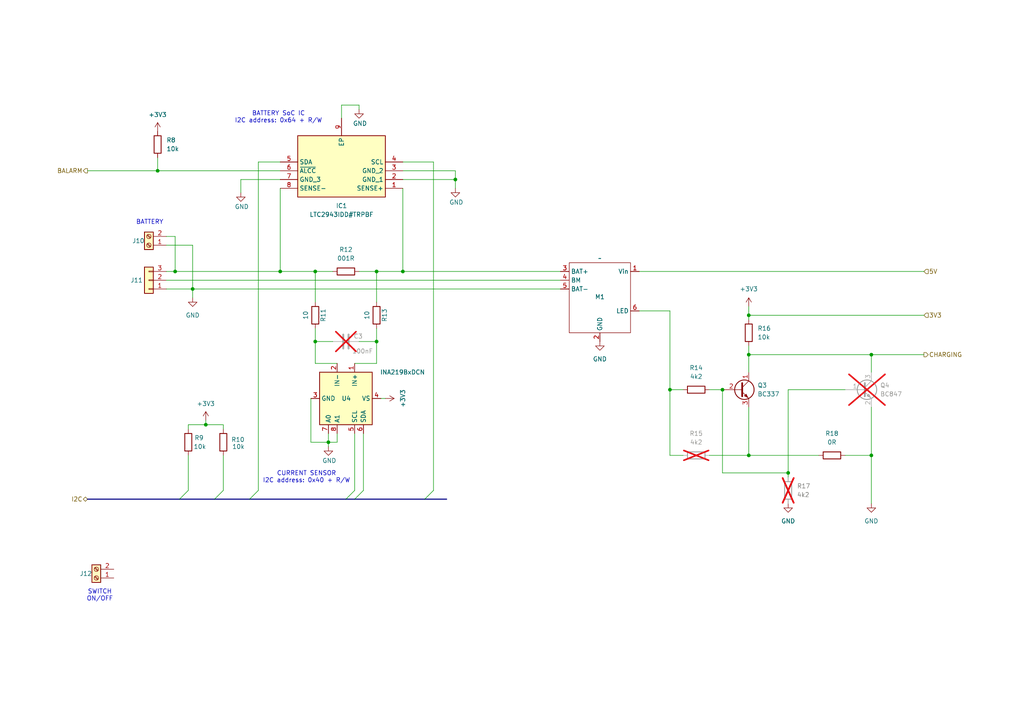
<source format=kicad_sch>
(kicad_sch (version 20241004) (generator "eeschema") (generator_version "8.99")
  (paper "A4")
  (lib_symbols
    (symbol "Analog_ADC:INA219BxDCN"
      (property "Reference" "U" (at -6.35 8.89 0))
      (property "Value" "INA219BxDCN" (at 6.35 8.89 0))
      (symbol "INA219BxDCN_0_1"
        (rectangle (start -7.62 7.62) (end 7.62 -7.62) (stroke (width 0.254)) (fill (type background)))
      )
      (symbol "INA219BxDCN_1_1"
        (pin input line (at -10.16 2.54 0) (length 2.54) (name "IN+") (number "1"))
        (pin input line (at -10.16 -2.54 0) (length 2.54) (name "IN-") (number "2"))
        (pin power_in line (at 0 10.16 270) (length 2.54) (name "VS") (number "4"))
        (pin power_in line (at 0 -10.16 90) (length 2.54) (name "GND") (number "3"))
        (pin bidirectional line (at 10.16 5.08 180) (length 2.54) (name "SDA") (number "6"))
        (pin input line (at 10.16 2.54 180) (length 2.54) (name "SCL") (number "5"))
        (pin input line (at 10.16 -2.54 180) (length 2.54) (name "A1") (number "8"))
        (pin input line (at 10.16 -5.08 180) (length 2.54) (name "A0") (number "7"))
      )
    )
    (symbol "Connector:Screw_Terminal_01x02" (pin_names (offset 1.016) (hide yes))
      (property "Reference" "J" (at 0 2.54 0))
      (property "Value" "Screw_Terminal_01x02" (at 0 -5.08 0))
      (symbol "Screw_Terminal_01x02_1_1"
        (rectangle (start -1.27 1.27) (end 1.27 -3.81) (stroke (width 0.254)) (fill (type background)))
        (polyline (pts (xy -0.5334 0.3302) (xy 0.3302 -0.508)) (stroke (width 0.1524)))
        (polyline (pts (xy -0.5334 -2.2098) (xy 0.3302 -3.048)) (stroke (width 0.1524)))
        (polyline (pts (xy -0.3556 0.508) (xy 0.508 -0.3302)) (stroke (width 0.1524)))
        (polyline (pts (xy -0.3556 -2.032) (xy 0.508 -2.8702)) (stroke (width 0.1524)))
        (circle (center 0 0) (radius 0.635) (stroke (width 0.1524)))
        (circle (center 0 -2.54) (radius 0.635) (stroke (width 0.1524)))
        (pin passive line (at -5.08 0 0) (length 3.81) (name "Pin_1") (number "1"))
        (pin passive line (at -5.08 -2.54 0) (length 3.81) (name "Pin_2") (number "2"))
      )
    )
    (symbol "Connector_Generic:Conn_01x03" (pin_names (offset 1.016) (hide yes))
      (property "Reference" "J" (at 0 5.08 0))
      (property "Value" "Conn_01x03" (at 0 -5.08 0))
      (symbol "Conn_01x03_1_1"
        (rectangle (start -1.27 3.81) (end 1.27 -3.81) (stroke (width 0.254)) (fill (type background)))
        (rectangle (start -1.27 2.667) (end 0 2.413) (stroke (width 0.1524)))
        (rectangle (start -1.27 0.127) (end 0 -0.127) (stroke (width 0.1524)))
        (rectangle (start -1.27 -2.413) (end 0 -2.667) (stroke (width 0.1524)))
        (pin passive line (at -5.08 2.54 0) (length 3.81) (name "Pin_1") (number "1"))
        (pin passive line (at -5.08 0 0) (length 3.81) (name "Pin_2") (number "2"))
        (pin passive line (at -5.08 -2.54 0) (length 3.81) (name "Pin_3") (number "3"))
      )
    )
    (symbol "Device:C" (pin_numbers (hide yes)) (pin_names (offset 0.254))
      (property "Reference" "C" (at 0.635 2.54 0))
      (property "Value" "C" (at 0.635 -2.54 0))
      (symbol "C_0_1"
        (polyline (pts (xy -2.032 0.762) (xy 2.032 0.762)) (stroke (width 0.508)))
        (polyline (pts (xy -2.032 -0.762) (xy 2.032 -0.762)) (stroke (width 0.508)))
      )
      (symbol "C_1_1"
        (pin passive line (at 0 3.81 270) (length 2.794) (name "~") (number "1"))
        (pin passive line (at 0 -3.81 90) (length 2.794) (name "~") (number "2"))
      )
    )
    (symbol "Device:R" (pin_numbers (hide yes)) (pin_names (offset 0))
      (property "Reference" "R" (at 2.032 0 90))
      (property "Value" "R" (at 0 0 90))
      (symbol "R_0_1"
        (rectangle (start -1.016 -2.54) (end 1.016 2.54) (stroke (width 0.254)))
      )
      (symbol "R_1_1"
        (pin passive line (at 0 3.81 270) (length 1.27) (name "~") (number "1"))
        (pin passive line (at 0 -3.81 90) (length 1.27) (name "~") (number "2"))
      )
    )
    (symbol "Transistor_BJT:BC337" (pin_names (offset 0) (hide yes))
      (property "Reference" "Q" (at 5.08 1.905 0))
      (property "Value" "BC337" (at 5.08 0 0))
      (symbol "BC337_0_1"
        (polyline (pts (xy 0 0) (xy 0.635 0)))
        (polyline (pts (xy 0.635 1.905) (xy 0.635 -1.905) (xy 0.635 -1.905)) (stroke (width 0.508)))
        (polyline (pts (xy 0.635 0.635) (xy 2.54 2.54)))
        (polyline (pts (xy 0.635 -0.635) (xy 2.54 -2.54) (xy 2.54 -2.54)))
        (circle (center 1.27 0) (radius 2.8194) (stroke (width 0.254)))
        (polyline (pts (xy 1.27 -1.778) (xy 1.778 -1.27) (xy 2.286 -2.286) (xy 1.27 -1.778) (xy 1.27 -1.778)) (fill (type outline)))
      )
      (symbol "BC337_1_1"
        (pin input line (at -5.08 0 0) (length 5.08) (name "B") (number "2"))
        (pin passive line (at 2.54 5.08 270) (length 2.54) (name "C") (number "1"))
        (pin passive line (at 2.54 -5.08 90) (length 2.54) (name "E") (number "3"))
      )
    )
    (symbol "Transistor_BJT:BC847" (pin_names (offset 0) (hide yes))
      (property "Reference" "Q" (at 5.08 1.905 0))
      (property "Value" "BC847" (at 5.08 0 0))
      (symbol "BC847_0_1"
        (polyline (pts (xy 0.635 1.905) (xy 0.635 -1.905) (xy 0.635 -1.905)) (stroke (width 0.508)))
        (polyline (pts (xy 0.635 0.635) (xy 2.54 2.54)))
        (polyline (pts (xy 0.635 -0.635) (xy 2.54 -2.54) (xy 2.54 -2.54)))
        (circle (center 1.27 0) (radius 2.8194) (stroke (width 0.254)))
        (polyline (pts (xy 1.27 -1.778) (xy 1.778 -1.27) (xy 2.286 -2.286) (xy 1.27 -1.778) (xy 1.27 -1.778)) (fill (type outline)))
      )
      (symbol "BC847_1_1"
        (pin input line (at -5.08 0 0) (length 5.715) (name "B") (number "1"))
        (pin passive line (at 2.54 5.08 270) (length 2.54) (name "C") (number "3"))
        (pin passive line (at 2.54 -5.08 90) (length 2.54) (name "E") (number "2"))
      )
    )
    (symbol "chinese_modules:USBC_charger"
      (property "Reference" "M" (at 0 0 0))
      (symbol "USBC_charger_0_1"
        (rectangle (start -8.89 10.16) (end 8.89 -10.16))
      )
      (symbol "USBC_charger_1_1"
        (pin power_in line (at -11.43 7.62 0) (length 2.54) (name "Vin") (number "1"))
        (pin power_in line (at -11.43 -3.81 0) (length 2.54) (name "LED") (number "6"))
        (pin no_connect line (at -11.43 -6.35 0) (length 2.54) (hide yes) (name "NC") (number "7"))
        (pin power_in line (at 0 -12.7 90) (length 2.54) (name "GND") (number "2"))
        (pin power_in line (at 11.43 7.62 180) (length 2.54) (name "BAT+") (number "3"))
        (pin power_in line (at 11.43 5.08 180) (length 2.54) (name "BM") (number "4"))
        (pin power_in line (at 11.43 2.54 180) (length 2.54) (name "BAT-") (number "5"))
      )
    )
    (symbol "dodo-device:LTC2943IDD#TRPBF"
      (property "Reference" "IC" (at 13.97 13.97 0))
      (property "Value" "LTC2943IDD#TRPBF" (at 13.97 11.43 0))
      (symbol "LTC2943IDD#TRPBF_1_1"
        (rectangle (start -12.7 8.89) (end 12.7 -8.89) (stroke (width 0.254)) (fill (type background)))
        (pin passive line (at -17.78 6.35 0) (length 5.08) (name "SENSE+") (number "1"))
        (pin passive line (at -17.78 3.81 0) (length 5.08) (name "GND_1") (number "2"))
        (pin passive line (at -17.78 1.27 0) (length 5.08) (name "GND_2") (number "3"))
        (pin passive line (at -17.78 -1.27 0) (length 5.08) (name "SCL") (number "4"))
        (pin passive line (at 0 -13.97 90) (length 5.08) (name "EP") (number "9"))
        (pin passive line (at 17.78 6.35 180) (length 5.08) (name "SENSE-") (number "8"))
        (pin passive line (at 17.78 3.81 180) (length 5.08) (name "GND_3") (number "7"))
        (pin passive line (at 17.78 1.27 180) (length 5.08) (name "~{ALCC}") (number "6"))
        (pin passive line (at 17.78 -1.27 180) (length 5.08) (name "SDA") (number "5"))
      )
    )
    (symbol "power:+3V3" (power) (pin_names (offset 0))
      (property "Value" "+3V3" (at 0 3.556 0))
      (symbol "+3V3_0_1"
        (polyline (pts (xy -0.762 1.27) (xy 0 2.54)))
        (polyline (pts (xy 0 2.54) (xy 0.762 1.27)))
        (polyline (pts (xy 0 0) (xy 0 2.54)))
      )
      (symbol "+3V3_1_1"
        (pin power_in line (at 0 0 90) (length 0) (hide yes) (name "+3V3") (number "1"))
      )
    )
    (symbol "power:GND" (power) (pin_names (offset 0))
      (property "Value" "GND" (at 0 -3.81 0))
      (symbol "GND_0_1"
        (polyline (pts (xy 0 0) (xy 0 -1.27) (xy 1.27 -1.27) (xy 0 -2.54) (xy -1.27 -1.27) (xy 0 -1.27)))
      )
      (symbol "GND_1_1"
        (pin power_in line (at 0 0 270) (length 0) (hide yes) (name "GND") (number "1"))
      )
    )
  )
  (text "CURRENT SENSOR\nI2C address: 0x40 + R/W" (at 88.9 138.43 0) (effects (font (size 1.27 1.27))))
  (text "BATTERY" (at 43.434 64.516 0) (effects (font (size 1.27 1.27))))
  (text "BATTERY SoC IC\nI2C address: 0x64 + R/W" (at 80.772 34.036 0) (effects (font (size 1.27 1.27))))
  (text "SWITCH\nON/OFF\n" (at 28.956 172.72 0) (effects (font (size 1.27 1.27))))
  (junction (at 228.6 137.16))
  (junction (at 45.72 49.53))
  (junction (at 95.25 128.27))
  (junction (at 217.17 91.44))
  (junction (at 59.69 123.19))
  (junction (at 91.44 99.06))
  (junction (at 217.17 102.87))
  (junction (at 194.31 113.03))
  (junction (at 91.44 78.74))
  (junction (at 109.22 99.06))
  (junction (at 252.73 102.87))
  (junction (at 55.88 83.82))
  (junction (at 217.17 132.08))
  (junction (at 252.73 132.08))
  (junction (at 109.22 78.74))
  (junction (at 81.28 78.74))
  (junction (at 209.55 113.03))
  (junction (at 116.84 78.74))
  (junction (at 132.08 52.07))
  (junction (at 50.8 78.74))
  (bus_entry (at 102.87 144.78) (size 2.54 -2.54))
  (bus_entry (at 64.77 142.24) (size -2.54 2.54))
  (bus_entry (at 123.19 144.78) (size 2.54 -2.54))
  (bus_entry (at 100.33 144.78) (size 2.54 -2.54))
  (bus_entry (at 54.61 142.24) (size -2.54 2.54))
  (bus_entry (at 72.39 144.78) (size 2.54 -2.54))
  (wire (pts (xy 116.84 49.53) (xy 132.08 49.53)))
  (wire (pts (xy 25.4 49.53) (xy 45.72 49.53)))
  (wire (pts (xy 95.25 128.27) (xy 95.25 129.54)))
  (wire (pts (xy 81.28 78.74) (xy 91.44 78.74)))
  (wire (pts (xy 48.26 83.82) (xy 55.88 83.82)))
  (wire (pts (xy 109.22 99.06) (xy 109.22 105.41)))
  (wire (pts (xy 104.14 30.48) (xy 104.14 31.75)))
  (wire (pts (xy 125.73 46.99) (xy 125.73 142.24)))
  (wire (pts (xy 217.17 100.33) (xy 217.17 102.87)))
  (wire (pts (xy 109.22 78.74) (xy 116.84 78.74)))
  (wire (pts (xy 217.17 91.44) (xy 267.97 91.44)))
  (wire (pts (xy 109.22 105.41) (xy 102.87 105.41)))
  (wire (pts (xy 228.6 137.16) (xy 228.6 138.43)))
  (wire (pts (xy 198.12 113.03) (xy 194.31 113.03)))
  (wire (pts (xy 252.73 118.11) (xy 252.73 132.08)))
  (wire (pts (xy 132.08 52.07) (xy 132.08 54.61)))
  (bus (pts (xy 100.33 144.78) (xy 102.87 144.78)))
  (wire (pts (xy 217.17 102.87) (xy 217.17 107.95)))
  (wire (pts (xy 109.22 95.25) (xy 109.22 99.06)))
  (wire (pts (xy 59.69 123.19) (xy 64.77 123.19)))
  (wire (pts (xy 50.8 78.74) (xy 81.28 78.74)))
  (wire (pts (xy 91.44 95.25) (xy 91.44 99.06)))
  (bus (pts (xy 123.19 144.78) (xy 129.54 144.78)))
  (wire (pts (xy 217.17 88.9) (xy 217.17 91.44)))
  (wire (pts (xy 217.17 102.87) (xy 252.73 102.87)))
  (wire (pts (xy 97.79 125.73) (xy 97.79 128.27)))
  (wire (pts (xy 109.22 99.06) (xy 104.14 99.06)))
  (wire (pts (xy 90.17 115.57) (xy 90.17 128.27)))
  (wire (pts (xy 54.61 124.46) (xy 54.61 123.19)))
  (wire (pts (xy 81.28 46.99) (xy 74.93 46.99)))
  (wire (pts (xy 64.77 123.19) (xy 64.77 124.46)))
  (wire (pts (xy 185.42 78.74) (xy 267.97 78.74)))
  (wire (pts (xy 91.44 99.06) (xy 91.44 105.41)))
  (wire (pts (xy 116.84 54.61) (xy 116.84 78.74)))
  (wire (pts (xy 228.6 113.03) (xy 228.6 137.16)))
  (wire (pts (xy 209.55 113.03) (xy 209.55 137.16)))
  (wire (pts (xy 91.44 78.74) (xy 96.52 78.74)))
  (wire (pts (xy 116.84 46.99) (xy 125.73 46.99)))
  (wire (pts (xy 99.06 30.48) (xy 104.14 30.48)))
  (wire (pts (xy 116.84 52.07) (xy 132.08 52.07)))
  (wire (pts (xy 55.88 83.82) (xy 162.56 83.82)))
  (wire (pts (xy 105.41 125.73) (xy 105.41 142.24)))
  (wire (pts (xy 48.26 78.74) (xy 50.8 78.74)))
  (wire (pts (xy 109.22 78.74) (xy 109.22 87.63)))
  (wire (pts (xy 54.61 132.08) (xy 54.61 142.24)))
  (wire (pts (xy 95.25 125.73) (xy 95.25 128.27)))
  (wire (pts (xy 185.42 90.17) (xy 194.31 90.17)))
  (wire (pts (xy 96.52 99.06) (xy 91.44 99.06)))
  (wire (pts (xy 104.14 78.74) (xy 109.22 78.74)))
  (wire (pts (xy 217.17 91.44) (xy 217.17 92.71)))
  (wire (pts (xy 97.79 128.27) (xy 95.25 128.27)))
  (wire (pts (xy 81.28 52.07) (xy 69.85 52.07)))
  (wire (pts (xy 91.44 105.41) (xy 97.79 105.41)))
  (wire (pts (xy 64.77 132.08) (xy 64.77 142.24)))
  (wire (pts (xy 59.69 121.92) (xy 59.69 123.19)))
  (wire (pts (xy 54.61 123.19) (xy 59.69 123.19)))
  (bus (pts (xy 102.87 144.78) (xy 123.19 144.78)))
  (wire (pts (xy 99.06 34.29) (xy 99.06 30.48)))
  (wire (pts (xy 74.93 46.99) (xy 74.93 142.24)))
  (wire (pts (xy 45.72 49.53) (xy 81.28 49.53)))
  (bus (pts (xy 72.39 144.78) (xy 100.33 144.78)))
  (wire (pts (xy 194.31 132.08) (xy 194.31 113.03)))
  (wire (pts (xy 194.31 90.17) (xy 194.31 113.03)))
  (wire (pts (xy 48.26 68.58) (xy 50.8 68.58)))
  (wire (pts (xy 111.76 115.57) (xy 110.49 115.57)))
  (wire (pts (xy 48.26 81.28) (xy 162.56 81.28)))
  (wire (pts (xy 205.74 132.08) (xy 217.17 132.08)))
  (wire (pts (xy 81.28 54.61) (xy 81.28 78.74)))
  (wire (pts (xy 45.72 45.72) (xy 45.72 49.53)))
  (wire (pts (xy 198.12 132.08) (xy 194.31 132.08)))
  (wire (pts (xy 228.6 113.03) (xy 245.11 113.03)))
  (wire (pts (xy 55.88 83.82) (xy 55.88 71.12)))
  (wire (pts (xy 252.73 102.87) (xy 252.73 107.95)))
  (wire (pts (xy 91.44 78.74) (xy 91.44 87.63)))
  (bus (pts (xy 62.23 144.78) (xy 72.39 144.78)))
  (wire (pts (xy 252.73 132.08) (xy 252.73 146.05)))
  (wire (pts (xy 48.26 71.12) (xy 55.88 71.12)))
  (wire (pts (xy 55.88 83.82) (xy 55.88 86.36)))
  (wire (pts (xy 217.17 118.11) (xy 217.17 132.08)))
  (wire (pts (xy 205.74 113.03) (xy 209.55 113.03)))
  (wire (pts (xy 102.87 125.73) (xy 102.87 142.24)))
  (bus (pts (xy 25.4 144.78) (xy 52.07 144.78)))
  (wire (pts (xy 116.84 78.74) (xy 162.56 78.74)))
  (wire (pts (xy 252.73 102.87) (xy 267.97 102.87)))
  (wire (pts (xy 217.17 132.08) (xy 237.49 132.08)))
  (wire (pts (xy 245.11 132.08) (xy 252.73 132.08)))
  (wire (pts (xy 209.55 137.16) (xy 228.6 137.16)))
  (wire (pts (xy 69.85 52.07) (xy 69.85 55.88)))
  (wire (pts (xy 132.08 49.53) (xy 132.08 52.07)))
  (wire (pts (xy 50.8 78.74) (xy 50.8 68.58)))
  (bus (pts (xy 52.07 144.78) (xy 62.23 144.78)))
  (wire (pts (xy 95.25 128.27) (xy 90.17 128.27)))
  (hierarchical_label "CHARGING" (shape output) (at 267.97 102.87 0))
  (hierarchical_label "3V3" (shape input) (at 267.97 91.44 0))
  (hierarchical_label "5V" (shape input) (at 267.97 78.74 0))
  (hierarchical_label "BALARM" (shape output) (at 25.4 49.53 180))
  (hierarchical_label "I2C" (shape bidirectional) (at 25.4 144.78 180))
  (symbol (lib_id "Device:R") (at 228.6 142.24 180) (unit 1) (dnp yes)
    (property "Reference" "R17" (at 231.14 140.9699 0) (effects (justify right)))
    (property "Value" "4k2" (at 231.14 143.5099 0) (effects (justify right)))
    (property "Footprint" "Resistor_SMD:R_0805_2012Metric" (effects (hide yes)))
    (property "Description" "Resistor" (effects (hide yes)))
  )
  (symbol (lib_id "power:+3V3") (at 59.69 121.92 0) (unit 1)
    (property "Reference" "#PWR027" (effects (hide yes)))
    (property "Value" "+3V3" (at 59.69 117.094 0))
    (property "Description" "Power symbol creates a global label with name \"+3V3\"" (effects (hide yes)))
  )
  (symbol (lib_id "power:GND") (at 95.25 129.54 0) (unit 1)
    (property "Reference" "#PWR029" (effects (hide yes)))
    (property "Value" "GND" (at 93.472 133.604 0) (effects (justify left)))
    (property "Description" "Power symbol creates a global label with name \"GND\" , ground" (effects (hide yes)))
  )
  (symbol (lib_id "Device:R") (at 100.33 78.74 90) (unit 1)
    (property "Reference" "R12" (at 100.33 72.39 90))
    (property "Value" "001R" (at 100.33 74.93 90))
    (property "Footprint" "Resistor_SMD:R_2512_6332Metric_Pad1.40x3.35mm_HandSolder" (effects (hide yes)))
    (property "Description" "Resistor" (effects (hide yes)))
  )
  (symbol (lib_id "Device:R") (at 217.17 96.52 0) (unit 1)
    (property "Reference" "R16" (at 219.71 95.2499 0) (effects (justify left)))
    (property "Value" "10k" (at 219.71 97.7899 0) (effects (justify left)))
    (property "Footprint" "Resistor_SMD:R_0805_2012Metric" (effects (hide yes)))
    (property "Description" "Resistor" (effects (hide yes)))
  )
  (symbol (lib_id "Connector:Screw_Terminal_01x02") (at 43.18 71.12 180) (unit 1)
    (property "Reference" "J10" (at 40.132 69.85 0))
    (property "Value" "Screw_Terminal_01x02" (effects (hide yes)))
    (property "Footprint" "TerminalBlock_Phoenix:TerminalBlock_Phoenix_MKDS-1,5-2_1x02_P5.00mm_Horizontal" (effects (hide yes)))
    (property "Description" "Generic screw terminal, single row, 01x02, script generated (kicad-library-utils/schlib/autogen/connector/)" (effects (hide yes)))
  )
  (symbol (lib_id "Connector:Screw_Terminal_01x02") (at 27.94 167.64 180) (unit 1)
    (property "Reference" "J12" (at 24.892 166.37 0))
    (property "Value" "Screw_Terminal_01x02" (effects (hide yes)))
    (property "Footprint" "TerminalBlock_Phoenix:TerminalBlock_Phoenix_MKDS-1,5-2_1x02_P5.00mm_Horizontal" (effects (hide yes)))
    (property "Description" "Generic screw terminal, single row, 01x02, script generated (kicad-library-utils/schlib/autogen/connector/)" (effects (hide yes)))
  )
  (symbol (lib_id "Device:R") (at 64.77 128.27 0) (unit 1)
    (property "Reference" "R10" (at 67.056 127.508 0) (effects (justify left)))
    (property "Value" "10k" (at 67.31 129.5399 0) (effects (justify left)))
    (property "Footprint" "Resistor_SMD:R_0805_2012Metric" (effects (hide yes)))
    (property "Description" "Resistor" (effects (hide yes)))
  )
  (symbol (lib_id "power:GND") (at 55.88 86.36 0) (unit 1)
    (property "Reference" "#PWR026" (effects (hide yes)))
    (property "Value" "GND" (at 55.88 91.44 0))
    (property "Description" "Power symbol creates a global label with name \"GND\" , ground" (effects (hide yes)))
  )
  (symbol (lib_id "Device:R") (at 45.72 41.91 0) (unit 1)
    (property "Reference" "R8" (at 48.26 40.6399 0) (effects (justify left)))
    (property "Value" "10k" (at 48.26 43.1799 0) (effects (justify left)))
    (property "Footprint" "Resistor_SMD:R_0805_2012Metric" (effects (hide yes)))
    (property "Description" "Resistor" (effects (hide yes)))
  )
  (symbol (lib_id "Device:R") (at 241.3 132.08 270) (unit 1)
    (property "Reference" "R18" (at 241.3 125.73 90))
    (property "Value" "0R" (at 241.3 128.27 90))
    (property "Footprint" "Resistor_SMD:R_0805_2012Metric" (effects (hide yes)))
    (property "Description" "Resistor" (effects (hide yes)))
  )
  (symbol (lib_id "power:+3V3") (at 111.76 115.57 270) (unit 1)
    (property "Reference" "#PWR031" (effects (hide yes)))
    (property "Value" "+3V3" (at 116.84 115.57 0))
    (property "Description" "Power symbol creates a global label with name \"+3V3\"" (effects (hide yes)))
  )
  (symbol (lib_id "Device:R") (at 201.93 113.03 90) (unit 1)
    (property "Reference" "R14" (at 201.93 106.68 90))
    (property "Value" "4k2" (at 201.93 109.22 90))
    (property "Footprint" "Resistor_SMD:R_0805_2012Metric" (effects (hide yes)))
    (property "Description" "Resistor" (effects (hide yes)))
  )
  (symbol (lib_id "power:GND") (at 69.85 55.88 0) (unit 1)
    (property "Reference" "#PWR028" (effects (hide yes)))
    (property "Value" "GND" (at 68.072 59.944 0) (effects (justify left)))
    (property "Description" "Power symbol creates a global label with name \"GND\" , ground" (effects (hide yes)))
  )
  (symbol (lib_id "Transistor_BJT:BC847") (at 250.19 113.03 0) (unit 1) (dnp yes)
    (property "Reference" "Q4" (at 255.27 111.7599 0) (effects (justify left)))
    (property "Value" "BC847" (at 255.27 114.2999 0) (effects (justify left)))
    (property "Footprint" "Package_TO_SOT_SMD:SOT-23" (effects (hide yes)))
    (property "Datasheet" "http://www.infineon.com/dgdl/Infineon-BC847SERIES_BC848SERIES_BC849SERIES_BC850SERIES-DS-v01_01-en.pdf?fileId=db3a304314dca389011541d4630a1657" (effects (hide yes)))
    (property "Description" "0.1A Ic, 45V Vce, NPN Transistor, SOT-23" (effects (hide yes)))
  )
  (symbol (lib_id "power:GND") (at 104.14 31.75 0) (unit 1)
    (property "Reference" "#PWR030" (effects (hide yes)))
    (property "Value" "GND" (at 102.362 35.814 0) (effects (justify left)))
    (property "Description" "Power symbol creates a global label with name \"GND\" , ground" (effects (hide yes)))
  )
  (symbol (lib_id "dodo-device:LTC2943IDD#TRPBF") (at 99.06 48.26 180) (unit 1)
    (property "Reference" "IC1" (at 99.06 59.69 0))
    (property "Value" "LTC2943IDD#TRPBF" (at 99.06 62.23 0))
    (property "Footprint" "Package_DFN_QFN:DFN-8-1EP_3x3mm_P0.5mm_EP1.7x2.4mm" (effects (hide yes)))
    (property "Datasheet" "https://www.mouser.in/datasheet/2/609/2943fa-1271567.pdf" (effects (hide yes)))
    (property "Description" "Battery Management 20V Battery Gas Gauge with Voltage, Current & Temperature Measurement" (effects (hide yes)))
    (property "Height" "0.8" (effects (hide yes)))
    (property "Mouser Part Number" "584-LTC2943IDD#TRPBF" (effects (hide yes)))
    (property "Mouser Price/Stock" "https://www.mouser.co.uk/ProductDetail/Analog-Devices/LTC2943IDDTRPBF?qs=hVkxg5c3xu8j%252BJ6DK3jV8w%3D%3D" (effects (hide yes)))
    (property "Manufacturer_Name" "Analog Devices" (effects (hide yes)))
    (property "Manufacturer_Part_Number" "LTC2943IDD#TRPBF" (effects (hide yes)))
  )
  (symbol (lib_id "Device:R") (at 91.44 91.44 0) (unit 1)
    (property "Reference" "R11" (at 93.726 91.44 90))
    (property "Value" "10" (at 88.646 91.44 90))
    (property "Footprint" "Resistor_SMD:R_0805_2012Metric" (effects (hide yes)))
    (property "Description" "Resistor" (effects (hide yes)))
  )
  (symbol (lib_id "Device:R") (at 109.22 91.44 0) (unit 1)
    (property "Reference" "R13" (at 111.506 91.44 90))
    (property "Value" "10" (at 106.426 91.44 90))
    (property "Footprint" "Resistor_SMD:R_0805_2012Metric" (effects (hide yes)))
    (property "Description" "Resistor" (effects (hide yes)))
  )
  (symbol (lib_id "power:+3V3") (at 217.17 88.9 0) (unit 1)
    (property "Reference" "#PWR034" (effects (hide yes)))
    (property "Value" "+3V3" (at 217.17 83.82 0))
    (property "Description" "Power symbol creates a global label with name \"+3V3\"" (effects (hide yes)))
  )
  (symbol (lib_id "power:GND") (at 132.08 54.61 0) (unit 1)
    (property "Reference" "#PWR032" (effects (hide yes)))
    (property "Value" "GND" (at 130.302 58.674 0) (effects (justify left)))
    (property "Description" "Power symbol creates a global label with name \"GND\" , ground" (effects (hide yes)))
  )
  (symbol (lib_id "Transistor_BJT:BC337") (at 214.63 113.03 0) (unit 1)
    (property "Reference" "Q3" (at 219.71 111.7599 0) (effects (justify left)))
    (property "Value" "BC337" (at 219.71 114.2999 0) (effects (justify left)))
    (property "Footprint" "Package_TO_SOT_THT:TO-92_Inline" (effects (hide yes)))
    (property "Datasheet" "https://diotec.com/tl_files/diotec/files/pdf/datasheets/bc337.pdf" (effects (hide yes)))
    (property "Description" "0.8A Ic, 45V Vce, NPN Transistor, TO-92" (effects (hide yes)))
  )
  (symbol (lib_id "power:GND") (at 252.73 146.05 0) (unit 1)
    (property "Reference" "#PWR036" (effects (hide yes)))
    (property "Value" "GND" (at 252.73 151.13 0))
    (property "Description" "Power symbol creates a global label with name \"GND\" , ground" (effects (hide yes)))
  )
  (symbol (lib_id "Device:R") (at 201.93 132.08 90) (unit 1) (dnp yes)
    (property "Reference" "R15" (at 201.93 125.73 90))
    (property "Value" "4k2" (at 201.93 128.27 90))
    (property "Footprint" "Resistor_SMD:R_0805_2012Metric" (effects (hide yes)))
    (property "Description" "Resistor" (effects (hide yes)))
  )
  (symbol (lib_id "power:GND") (at 228.6 146.05 0) (unit 1)
    (property "Reference" "#PWR035" (effects (hide yes)))
    (property "Value" "GND" (at 228.6 151.13 0))
    (property "Description" "Power symbol creates a global label with name \"GND\" , ground" (effects (hide yes)))
  )
  (symbol (lib_id "Analog_ADC:INA219BxDCN") (at 100.33 115.57 270) (unit 1)
    (property "Reference" "U4" (at 99.06 115.57 90) (effects (justify left)))
    (property "Value" "INA219BxDCN" (at 110.236 107.95 90) (effects (justify left)))
    (property "Footprint" "Package_TO_SOT_SMD:SOT-23-8" (effects (hide yes)))
    (property "Datasheet" "http://www.ti.com/lit/ds/symlink/ina219.pdf" (effects (hide yes)))
    (property "Description" "Zero-Drift, HighAccuracy, Bidirectional Current/Power Monitor (0-26V) With I2C Interface, SOT-23-8" (effects (hide yes)))
  )
  (symbol (lib_id "power:GND") (at 173.99 99.06 0) (unit 1)
    (property "Reference" "#PWR033" (effects (hide yes)))
    (property "Value" "GND" (at 173.99 104.14 0))
    (property "Description" "Power symbol creates a global label with name \"GND\" , ground" (effects (hide yes)))
  )
  (symbol (lib_id "chinese_modules:USBC_charger") (at 173.99 86.36 0) (mirror y) (unit 1)
    (property "Reference" "M1" (at 173.99 86.106 0))
    (property "Value" "~" (at 173.99 74.93 0))
    (property "Footprint" "chinese_modules:USBC_charger" (effects (hide yes)))
  )
  (symbol (lib_id "power:+3V3") (at 45.72 38.1 0) (unit 1)
    (property "Reference" "#PWR025" (effects (hide yes)))
    (property "Value" "+3V3" (at 45.72 33.274 0))
    (property "Description" "Power symbol creates a global label with name \"+3V3\"" (effects (hide yes)))
  )
  (symbol (lib_id "Device:R") (at 54.61 128.27 0) (unit 1)
    (property "Reference" "R9" (at 56.388 127 0) (effects (justify left)))
    (property "Value" "10k" (at 56.134 129.54 0) (effects (justify left)))
    (property "Footprint" "Resistor_SMD:R_0805_2012Metric" (effects (hide yes)))
    (property "Description" "Resistor" (effects (hide yes)))
  )
  (symbol (lib_id "Device:C") (at 100.33 99.06 90) (unit 1) (dnp yes)
    (property "Reference" "C3" (at 103.886 97.536 90))
    (property "Value" "100nF" (at 105.156 101.854 90))
    (property "Footprint" "Capacitor_SMD:C_0805_2012Metric" (effects (hide yes)))
    (property "Description" "Unpolarized capacitor" (effects (hide yes)))
  )
  (symbol (lib_id "Connector_Generic:Conn_01x03") (at 43.18 81.28 180) (unit 1)
    (property "Reference" "J11" (at 39.624 81.28 0))
    (property "Value" "Conn_01x03" (effects (hide yes)))
    (property "Footprint" "Connector_JST:JST_XH_B3B-XH-A_1x03_P2.50mm_Vertical" (effects (hide yes)))
    (property "Description" "Generic connector, single row, 01x03, script generated (kicad-library-utils/schlib/autogen/connector/)" (effects (hide yes)))
  )
)
</source>
